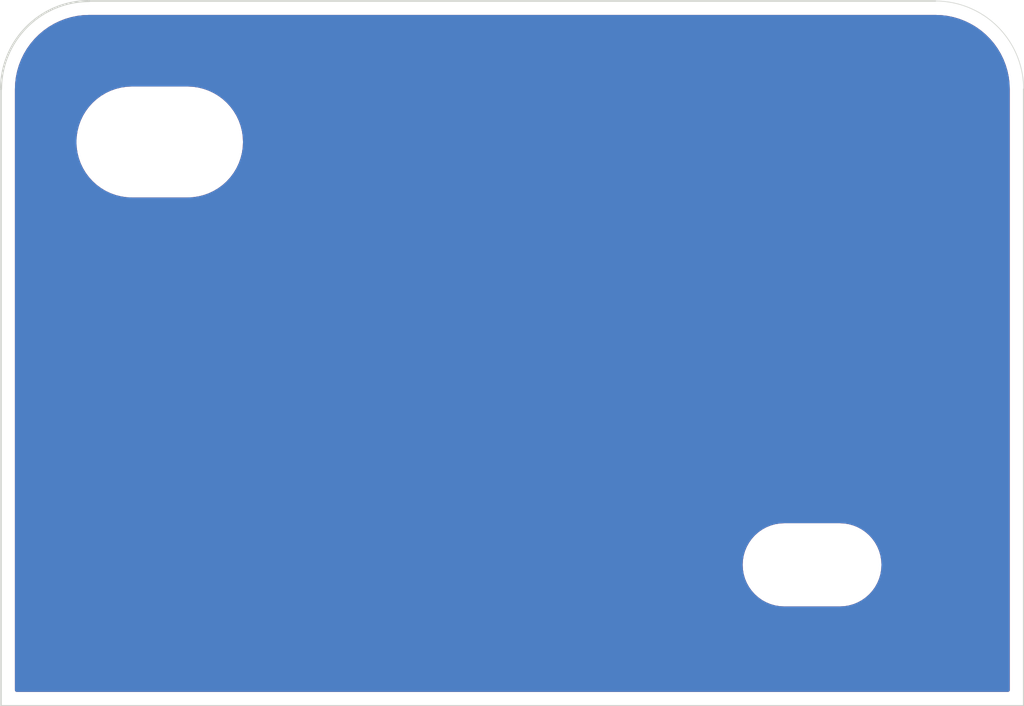
<source format=kicad_pcb>
(kicad_pcb (version 20171130) (host pcbnew "(5.1.6-148-gb1ff52240)")

  (general
    (thickness 1.6)
    (drawings 6)
    (tracks 0)
    (zones 0)
    (modules 2)
    (nets 1)
  )

  (page A4)
  (layers
    (0 F.Cu signal)
    (31 B.Cu signal)
    (32 B.Adhes user)
    (33 F.Adhes user)
    (34 B.Paste user)
    (35 F.Paste user)
    (36 B.SilkS user)
    (37 F.SilkS user)
    (38 B.Mask user)
    (39 F.Mask user)
    (40 Dwgs.User user)
    (41 Cmts.User user)
    (42 Eco1.User user)
    (43 Eco2.User user)
    (44 Edge.Cuts user)
    (45 Margin user)
    (46 B.CrtYd user)
    (47 F.CrtYd user)
    (48 B.Fab user)
    (49 F.Fab user)
  )

  (setup
    (last_trace_width 0.25)
    (trace_clearance 0.2)
    (zone_clearance 0.508)
    (zone_45_only no)
    (trace_min 0.2)
    (via_size 0.8)
    (via_drill 0.4)
    (via_min_size 0.4)
    (via_min_drill 0.3)
    (uvia_size 0.3)
    (uvia_drill 0.1)
    (uvias_allowed no)
    (uvia_min_size 0.2)
    (uvia_min_drill 0.1)
    (edge_width 0.05)
    (segment_width 0.2)
    (pcb_text_width 0.3)
    (pcb_text_size 1.5 1.5)
    (mod_edge_width 0.12)
    (mod_text_size 1 1)
    (mod_text_width 0.15)
    (pad_size 1.524 1.524)
    (pad_drill 0.762)
    (pad_to_mask_clearance 0.05)
    (aux_axis_origin 0 0)
    (grid_origin 101.6 127)
    (visible_elements FFFFFF7F)
    (pcbplotparams
      (layerselection 0x010fc_ffffffff)
      (usegerberextensions false)
      (usegerberattributes true)
      (usegerberadvancedattributes true)
      (creategerberjobfile true)
      (excludeedgelayer true)
      (linewidth 0.150000)
      (plotframeref false)
      (viasonmask false)
      (mode 1)
      (useauxorigin false)
      (hpglpennumber 1)
      (hpglpenspeed 20)
      (hpglpendiameter 15.000000)
      (psnegative false)
      (psa4output false)
      (plotreference true)
      (plotvalue true)
      (plotinvisibletext false)
      (padsonsilk false)
      (subtractmaskfromsilk false)
      (outputformat 1)
      (mirror false)
      (drillshape 1)
      (scaleselection 1)
      (outputdirectory ""))
  )

  (net 0 "")

  (net_class Default "This is the default net class."
    (clearance 0.2)
    (trace_width 0.25)
    (via_dia 0.8)
    (via_drill 0.4)
    (uvia_dia 0.3)
    (uvia_drill 0.1)
  )

  (module hole (layer F.Cu) (tedit 5EC6E813) (tstamp 5EC73BCC)
    (at 113.03 86.36)
    (fp_text reference REF** (at 0 0.5) (layer F.SilkS)
      (effects (font (size 1 1) (thickness 0.15)))
    )
    (fp_text value hole (at 0 -0.5) (layer F.Fab)
      (effects (font (size 1 1) (thickness 0.15)))
    )
    (pad "" np_thru_hole oval (at 0 0) (size 8 4) (drill oval 8 4) (layers *.Cu *.Mask))
  )

  (module hole (layer F.Cu) (tedit 5EC6E813) (tstamp 5EC73BC7)
    (at 160.02 116.84)
    (fp_text reference REF** (at 0 0.5) (layer F.SilkS)
      (effects (font (size 1 1) (thickness 0.15)))
    )
    (fp_text value hole (at 0 -0.5) (layer F.Fab)
      (effects (font (size 1 1) (thickness 0.15)))
    )
    (pad "" np_thru_hole oval (at 0 0) (size 8 4) (drill oval 8 4) (layers *.Cu *.Mask))
  )

  (gr_arc (start 168.91 82.55) (end 175.26 82.55) (angle -90) (layer Edge.Cuts) (width 0.05))
  (gr_arc (start 107.95 82.55) (end 107.95 76.2) (angle -90) (layer Edge.Cuts) (width 0.15))
  (gr_line (start 101.6 127) (end 101.6 82.55) (layer Edge.Cuts) (width 0.1) (tstamp 5EC6E608))
  (gr_line (start 175.26 127) (end 101.6 127) (layer Edge.Cuts) (width 0.1))
  (gr_line (start 175.26 82.55) (end 175.26 127) (layer Edge.Cuts) (width 0.1))
  (gr_line (start 107.95 76.2) (end 168.91 76.2) (layer Edge.Cuts) (width 0.1))

  (zone (net 0) (net_name "") (layers F&B.Cu) (tstamp 0) (hatch edge 0.508)
    (connect_pads (clearance 0.508))
    (min_thickness 0.254)
    (keepout (tracks not_allowed) (vias not_allowed) (copperpour not_allowed))
    (fill (arc_segments 32) (thermal_gap 0.508) (thermal_bridge_width 0.508))
    (polygon
      (pts
        (xy 107.049 86.752) (xy 107.107 87.14) (xy 107.202 87.521) (xy 107.334 87.891) (xy 107.502 88.246)
        (xy 107.704 88.582) (xy 107.938 88.898) (xy 108.202 89.188) (xy 108.492 89.452) (xy 108.808 89.686)
        (xy 109.144 89.888) (xy 109.499 90.056) (xy 109.869 90.188) (xy 110.25 90.283) (xy 110.638 90.341)
        (xy 111.03 90.36) (xy 115.03 90.36) (xy 115.422 90.341) (xy 115.81 90.283) (xy 116.191 90.188)
        (xy 116.561 90.056) (xy 116.916 89.888) (xy 117.252 89.686) (xy 117.568 89.452) (xy 117.858 89.188)
        (xy 118.122 88.898) (xy 118.356 88.582) (xy 118.558 88.246) (xy 118.726 87.891) (xy 118.858 87.521)
        (xy 118.953 87.14) (xy 119.011 86.752) (xy 119.03 86.36) (xy 119.011 85.968) (xy 118.953 85.58)
        (xy 118.858 85.199) (xy 118.726 84.829) (xy 118.558 84.474) (xy 118.356 84.138) (xy 118.122 83.822)
        (xy 117.858 83.532) (xy 117.568 83.268) (xy 117.252 83.034) (xy 116.916 82.832) (xy 116.561 82.664)
        (xy 116.191 82.532) (xy 115.81 82.437) (xy 115.422 82.379) (xy 115.03 82.36) (xy 111.03 82.36)
        (xy 110.638 82.379) (xy 110.25 82.437) (xy 109.869 82.532) (xy 109.499 82.664) (xy 109.144 82.832)
        (xy 108.808 83.034) (xy 108.492 83.268) (xy 108.202 83.532) (xy 107.938 83.822) (xy 107.704 84.138)
        (xy 107.502 84.474) (xy 107.334 84.829) (xy 107.202 85.199) (xy 107.107 85.58) (xy 107.049 85.968)
        (xy 107.03 86.36)
      )
    )
  )
  (zone (net 0) (net_name "") (layers F&B.Cu) (tstamp 0) (hatch edge 0.508)
    (connect_pads (clearance 0.508))
    (min_thickness 0.254)
    (keepout (tracks not_allowed) (vias not_allowed) (copperpour not_allowed))
    (fill (arc_segments 32) (thermal_gap 0.508) (thermal_bridge_width 0.508))
    (polygon
      (pts
        (xy 155.039 117.176) (xy 155.095 117.508) (xy 155.188 117.831) (xy 155.317 118.142) (xy 155.48 118.436)
        (xy 155.675 118.71) (xy 155.899 118.961) (xy 156.15 119.185) (xy 156.424 119.38) (xy 156.718 119.543)
        (xy 157.029 119.672) (xy 157.352 119.765) (xy 157.684 119.821) (xy 158.02 119.84) (xy 162.02 119.84)
        (xy 162.356 119.821) (xy 162.688 119.765) (xy 163.011 119.672) (xy 163.322 119.543) (xy 163.616 119.38)
        (xy 163.89 119.185) (xy 164.141 118.961) (xy 164.365 118.71) (xy 164.56 118.436) (xy 164.723 118.142)
        (xy 164.852 117.831) (xy 164.945 117.508) (xy 165.001 117.176) (xy 165.02 116.84) (xy 165.001 116.504)
        (xy 164.945 116.172) (xy 164.852 115.849) (xy 164.723 115.538) (xy 164.56 115.244) (xy 164.365 114.97)
        (xy 164.141 114.719) (xy 163.89 114.495) (xy 163.616 114.3) (xy 163.322 114.137) (xy 163.011 114.008)
        (xy 162.688 113.915) (xy 162.356 113.859) (xy 162.02 113.84) (xy 158.02 113.84) (xy 157.684 113.859)
        (xy 157.352 113.915) (xy 157.029 114.008) (xy 156.718 114.137) (xy 156.424 114.3) (xy 156.15 114.495)
        (xy 155.899 114.719) (xy 155.675 114.97) (xy 155.48 115.244) (xy 155.317 115.538) (xy 155.188 115.849)
        (xy 155.095 116.172) (xy 155.039 116.504) (xy 155.02 116.84)
      )
    )
  )
  (zone (net 0) (net_name "") (layer F.Cu) (tstamp 0) (hatch edge 0.508)
    (connect_pads (clearance 0.508))
    (min_thickness 0.254)
    (fill yes (arc_segments 32) (thermal_gap 0.508) (thermal_bridge_width 0.508))
    (polygon
      (pts
        (xy 168.91 77.2) (xy 169.352 77.218) (xy 169.791 77.273) (xy 170.223 77.364) (xy 170.647 77.49)
        (xy 171.059 77.651) (xy 171.456 77.845) (xy 171.836 78.071) (xy 172.196 78.328) (xy 172.533 78.614)
        (xy 172.846 78.927) (xy 173.132 79.264) (xy 173.389 79.624) (xy 173.615 80.004) (xy 173.809 80.401)
        (xy 173.97 80.813) (xy 174.096 81.237) (xy 174.187 81.669) (xy 174.242 82.108) (xy 174.26 82.55)
        (xy 174.26 126) (xy 102.6 126) (xy 102.6 82.55) (xy 102.618 82.108) (xy 102.673 81.669)
        (xy 102.764 81.237) (xy 102.89 80.813) (xy 103.051 80.401) (xy 103.245 80.004) (xy 103.471 79.624)
        (xy 103.728 79.264) (xy 104.014 78.927) (xy 104.327 78.614) (xy 104.664 78.328) (xy 105.024 78.071)
        (xy 105.404 77.845) (xy 105.801 77.651) (xy 106.213 77.49) (xy 106.637 77.364) (xy 107.069 77.273)
        (xy 107.508 77.218) (xy 107.95 77.2)
      )
    )
    (filled_polygon
      (pts
        (xy 169.341504 77.344678) (xy 169.76998 77.398359) (xy 170.191778 77.487211) (xy 170.605722 77.610222) (xy 171.007923 77.767393)
        (xy 171.395563 77.956819) (xy 171.76652 78.177441) (xy 172.117885 78.428276) (xy 172.446859 78.707465) (xy 172.752535 79.013141)
        (xy 173.031724 79.342115) (xy 173.282559 79.69348) (xy 173.503181 80.064437) (xy 173.692607 80.452077) (xy 173.849778 80.854278)
        (xy 173.972789 81.268222) (xy 174.061641 81.69002) (xy 174.115322 82.118496) (xy 174.133 82.55259) (xy 174.133 125.873)
        (xy 102.727 125.873) (xy 102.727 116.83283) (xy 154.893203 116.83283) (xy 154.893203 116.84717) (xy 154.912203 117.18317)
        (xy 154.913769 117.197123) (xy 154.969769 117.529123) (xy 154.972958 117.543139) (xy 155.065958 117.866139) (xy 155.070691 117.879659)
        (xy 155.199691 118.190659) (xy 155.205929 118.20358) (xy 155.368929 118.49758) (xy 155.376528 118.509639) (xy 155.571528 118.783639)
        (xy 155.580246 118.794561) (xy 155.804246 119.045561) (xy 155.814439 119.055754) (xy 156.065439 119.279754) (xy 156.076361 119.288472)
        (xy 156.350361 119.483472) (xy 156.36242 119.491071) (xy 156.65642 119.654071) (xy 156.669341 119.660309) (xy 156.980341 119.789309)
        (xy 156.993861 119.794042) (xy 157.316861 119.887042) (xy 157.330877 119.890231) (xy 157.662877 119.946231) (xy 157.67683 119.947797)
        (xy 158.01283 119.966797) (xy 158.02 119.967) (xy 162.02 119.967) (xy 162.02717 119.966797) (xy 162.36317 119.947797)
        (xy 162.377123 119.946231) (xy 162.709123 119.890231) (xy 162.723139 119.887042) (xy 163.046139 119.794042) (xy 163.059659 119.789309)
        (xy 163.370659 119.660309) (xy 163.38358 119.654071) (xy 163.67758 119.491071) (xy 163.689639 119.483472) (xy 163.963639 119.288472)
        (xy 163.974561 119.279754) (xy 164.225561 119.055754) (xy 164.235754 119.045561) (xy 164.459754 118.794561) (xy 164.468472 118.783639)
        (xy 164.663472 118.509639) (xy 164.671071 118.49758) (xy 164.834071 118.20358) (xy 164.840309 118.190659) (xy 164.969309 117.879659)
        (xy 164.974042 117.866139) (xy 165.067042 117.543139) (xy 165.070231 117.529123) (xy 165.126231 117.197123) (xy 165.127797 117.18317)
        (xy 165.146797 116.84717) (xy 165.146797 116.83283) (xy 165.127797 116.49683) (xy 165.126231 116.482877) (xy 165.070231 116.150877)
        (xy 165.067042 116.136861) (xy 164.974042 115.813861) (xy 164.969309 115.800341) (xy 164.840309 115.489341) (xy 164.834071 115.47642)
        (xy 164.671071 115.18242) (xy 164.663472 115.170361) (xy 164.468472 114.896361) (xy 164.459754 114.885439) (xy 164.235754 114.634439)
        (xy 164.225561 114.624246) (xy 163.974561 114.400246) (xy 163.963639 114.391528) (xy 163.689639 114.196528) (xy 163.67758 114.188929)
        (xy 163.38358 114.025929) (xy 163.370659 114.019691) (xy 163.059659 113.890691) (xy 163.046139 113.885958) (xy 162.723139 113.792958)
        (xy 162.709123 113.789769) (xy 162.377123 113.733769) (xy 162.36317 113.732203) (xy 162.02717 113.713203) (xy 162.02 113.713)
        (xy 158.02 113.713) (xy 158.01283 113.713203) (xy 157.67683 113.732203) (xy 157.662877 113.733769) (xy 157.330877 113.789769)
        (xy 157.316861 113.792958) (xy 156.993861 113.885958) (xy 156.980341 113.890691) (xy 156.669341 114.019691) (xy 156.65642 114.025929)
        (xy 156.36242 114.188929) (xy 156.350361 114.196528) (xy 156.076361 114.391528) (xy 156.065439 114.400246) (xy 155.814439 114.624246)
        (xy 155.804246 114.634439) (xy 155.580246 114.885439) (xy 155.571528 114.896361) (xy 155.376528 115.170361) (xy 155.368929 115.18242)
        (xy 155.205929 115.47642) (xy 155.199691 115.489341) (xy 155.070691 115.800341) (xy 155.065958 115.813861) (xy 154.972958 116.136861)
        (xy 154.969769 116.150877) (xy 154.913769 116.482877) (xy 154.912203 116.49683) (xy 154.893203 116.83283) (xy 102.727 116.83283)
        (xy 102.727 86.353852) (xy 106.903149 86.353852) (xy 106.903149 86.366148) (xy 106.922149 86.758148) (xy 106.923396 86.770776)
        (xy 106.981396 87.158776) (xy 106.983773 87.170726) (xy 107.078773 87.551726) (xy 107.082384 87.563674) (xy 107.214384 87.933674)
        (xy 107.219206 87.945325) (xy 107.387206 88.300325) (xy 107.393156 88.311436) (xy 107.595156 88.647436) (xy 107.601937 88.657578)
        (xy 107.835937 88.973578) (xy 107.844086 88.983494) (xy 108.108086 89.273494) (xy 108.116506 89.281914) (xy 108.406506 89.545914)
        (xy 108.416422 89.554063) (xy 108.732422 89.788063) (xy 108.742564 89.794844) (xy 109.078564 89.996844) (xy 109.089675 90.002794)
        (xy 109.444675 90.170794) (xy 109.456326 90.175616) (xy 109.826326 90.307616) (xy 109.838274 90.311227) (xy 110.219274 90.406227)
        (xy 110.231224 90.408604) (xy 110.619224 90.466604) (xy 110.631852 90.467851) (xy 111.023852 90.486851) (xy 111.03 90.487)
        (xy 115.03 90.487) (xy 115.036148 90.486851) (xy 115.428148 90.467851) (xy 115.440776 90.466604) (xy 115.828776 90.408604)
        (xy 115.840726 90.406227) (xy 116.221726 90.311227) (xy 116.233674 90.307616) (xy 116.603674 90.175616) (xy 116.615325 90.170794)
        (xy 116.970325 90.002794) (xy 116.981436 89.996844) (xy 117.317436 89.794844) (xy 117.327578 89.788063) (xy 117.643578 89.554063)
        (xy 117.653494 89.545914) (xy 117.943494 89.281914) (xy 117.951914 89.273494) (xy 118.215914 88.983494) (xy 118.224063 88.973578)
        (xy 118.458063 88.657578) (xy 118.464844 88.647436) (xy 118.666844 88.311436) (xy 118.672794 88.300325) (xy 118.840794 87.945325)
        (xy 118.845616 87.933674) (xy 118.977616 87.563674) (xy 118.981227 87.551726) (xy 119.076227 87.170726) (xy 119.078604 87.158776)
        (xy 119.136604 86.770776) (xy 119.137851 86.758148) (xy 119.156851 86.366148) (xy 119.156851 86.353852) (xy 119.137851 85.961852)
        (xy 119.136604 85.949224) (xy 119.078604 85.561224) (xy 119.076227 85.549274) (xy 118.981227 85.168274) (xy 118.977616 85.156326)
        (xy 118.845616 84.786326) (xy 118.840794 84.774675) (xy 118.672794 84.419675) (xy 118.666844 84.408564) (xy 118.464844 84.072564)
        (xy 118.458063 84.062422) (xy 118.224063 83.746422) (xy 118.215914 83.736506) (xy 117.951914 83.446506) (xy 117.943494 83.438086)
        (xy 117.653494 83.174086) (xy 117.643578 83.165937) (xy 117.327578 82.931937) (xy 117.317436 82.925156) (xy 116.981436 82.723156)
        (xy 116.970325 82.717206) (xy 116.615325 82.549206) (xy 116.603674 82.544384) (xy 116.233674 82.412384) (xy 116.221726 82.408773)
        (xy 115.840726 82.313773) (xy 115.828776 82.311396) (xy 115.440776 82.253396) (xy 115.428148 82.252149) (xy 115.036148 82.233149)
        (xy 115.03 82.233) (xy 111.03 82.233) (xy 111.023852 82.233149) (xy 110.631852 82.252149) (xy 110.619224 82.253396)
        (xy 110.231224 82.311396) (xy 110.219274 82.313773) (xy 109.838274 82.408773) (xy 109.826326 82.412384) (xy 109.456326 82.544384)
        (xy 109.444675 82.549206) (xy 109.089675 82.717206) (xy 109.078564 82.723156) (xy 108.742564 82.925156) (xy 108.732422 82.931937)
        (xy 108.416422 83.165937) (xy 108.406506 83.174086) (xy 108.116506 83.438086) (xy 108.108086 83.446506) (xy 107.844086 83.736506)
        (xy 107.835937 83.746422) (xy 107.601937 84.062422) (xy 107.595156 84.072564) (xy 107.393156 84.408564) (xy 107.387206 84.419675)
        (xy 107.219206 84.774675) (xy 107.214384 84.786326) (xy 107.082384 85.156326) (xy 107.078773 85.168274) (xy 106.983773 85.549274)
        (xy 106.981396 85.561224) (xy 106.923396 85.949224) (xy 106.922149 85.961852) (xy 106.903149 86.353852) (xy 102.727 86.353852)
        (xy 102.727 82.55259) (xy 102.744678 82.118496) (xy 102.798359 81.69002) (xy 102.887211 81.268222) (xy 103.010222 80.854278)
        (xy 103.167393 80.452077) (xy 103.356819 80.064437) (xy 103.577441 79.69348) (xy 103.828276 79.342115) (xy 104.107465 79.013141)
        (xy 104.413141 78.707465) (xy 104.742115 78.428276) (xy 105.09348 78.177441) (xy 105.464437 77.956819) (xy 105.852077 77.767393)
        (xy 106.254278 77.610222) (xy 106.668222 77.487211) (xy 107.09002 77.398359) (xy 107.518496 77.344678) (xy 107.95259 77.327)
        (xy 168.90741 77.327)
      )
    )
  )
  (zone (net 0) (net_name "") (layer B.Cu) (tstamp 0) (hatch edge 0.508)
    (connect_pads (clearance 0.508))
    (min_thickness 0.254)
    (fill yes (arc_segments 32) (thermal_gap 0.508) (thermal_bridge_width 0.508))
    (polygon
      (pts
        (xy 168.91 77.2) (xy 169.352 77.218) (xy 169.791 77.273) (xy 170.223 77.364) (xy 170.647 77.49)
        (xy 171.059 77.651) (xy 171.456 77.845) (xy 171.836 78.071) (xy 172.196 78.328) (xy 172.533 78.614)
        (xy 172.846 78.927) (xy 173.132 79.264) (xy 173.389 79.624) (xy 173.615 80.004) (xy 173.809 80.401)
        (xy 173.97 80.813) (xy 174.096 81.237) (xy 174.187 81.669) (xy 174.242 82.108) (xy 174.26 82.55)
        (xy 174.26 126) (xy 102.6 126) (xy 102.6 82.55) (xy 102.618 82.108) (xy 102.673 81.669)
        (xy 102.764 81.237) (xy 102.89 80.813) (xy 103.051 80.401) (xy 103.245 80.004) (xy 103.471 79.624)
        (xy 103.728 79.264) (xy 104.014 78.927) (xy 104.327 78.614) (xy 104.664 78.328) (xy 105.024 78.071)
        (xy 105.404 77.845) (xy 105.801 77.651) (xy 106.213 77.49) (xy 106.637 77.364) (xy 107.069 77.273)
        (xy 107.508 77.218) (xy 107.95 77.2)
      )
    )
    (filled_polygon
      (pts
        (xy 169.341504 77.344678) (xy 169.76998 77.398359) (xy 170.191778 77.487211) (xy 170.605722 77.610222) (xy 171.007923 77.767393)
        (xy 171.395563 77.956819) (xy 171.76652 78.177441) (xy 172.117885 78.428276) (xy 172.446859 78.707465) (xy 172.752535 79.013141)
        (xy 173.031724 79.342115) (xy 173.282559 79.69348) (xy 173.503181 80.064437) (xy 173.692607 80.452077) (xy 173.849778 80.854278)
        (xy 173.972789 81.268222) (xy 174.061641 81.69002) (xy 174.115322 82.118496) (xy 174.133 82.55259) (xy 174.133 125.873)
        (xy 102.727 125.873) (xy 102.727 116.83283) (xy 154.893203 116.83283) (xy 154.893203 116.84717) (xy 154.912203 117.18317)
        (xy 154.913769 117.197123) (xy 154.969769 117.529123) (xy 154.972958 117.543139) (xy 155.065958 117.866139) (xy 155.070691 117.879659)
        (xy 155.199691 118.190659) (xy 155.205929 118.20358) (xy 155.368929 118.49758) (xy 155.376528 118.509639) (xy 155.571528 118.783639)
        (xy 155.580246 118.794561) (xy 155.804246 119.045561) (xy 155.814439 119.055754) (xy 156.065439 119.279754) (xy 156.076361 119.288472)
        (xy 156.350361 119.483472) (xy 156.36242 119.491071) (xy 156.65642 119.654071) (xy 156.669341 119.660309) (xy 156.980341 119.789309)
        (xy 156.993861 119.794042) (xy 157.316861 119.887042) (xy 157.330877 119.890231) (xy 157.662877 119.946231) (xy 157.67683 119.947797)
        (xy 158.01283 119.966797) (xy 158.02 119.967) (xy 162.02 119.967) (xy 162.02717 119.966797) (xy 162.36317 119.947797)
        (xy 162.377123 119.946231) (xy 162.709123 119.890231) (xy 162.723139 119.887042) (xy 163.046139 119.794042) (xy 163.059659 119.789309)
        (xy 163.370659 119.660309) (xy 163.38358 119.654071) (xy 163.67758 119.491071) (xy 163.689639 119.483472) (xy 163.963639 119.288472)
        (xy 163.974561 119.279754) (xy 164.225561 119.055754) (xy 164.235754 119.045561) (xy 164.459754 118.794561) (xy 164.468472 118.783639)
        (xy 164.663472 118.509639) (xy 164.671071 118.49758) (xy 164.834071 118.20358) (xy 164.840309 118.190659) (xy 164.969309 117.879659)
        (xy 164.974042 117.866139) (xy 165.067042 117.543139) (xy 165.070231 117.529123) (xy 165.126231 117.197123) (xy 165.127797 117.18317)
        (xy 165.146797 116.84717) (xy 165.146797 116.83283) (xy 165.127797 116.49683) (xy 165.126231 116.482877) (xy 165.070231 116.150877)
        (xy 165.067042 116.136861) (xy 164.974042 115.813861) (xy 164.969309 115.800341) (xy 164.840309 115.489341) (xy 164.834071 115.47642)
        (xy 164.671071 115.18242) (xy 164.663472 115.170361) (xy 164.468472 114.896361) (xy 164.459754 114.885439) (xy 164.235754 114.634439)
        (xy 164.225561 114.624246) (xy 163.974561 114.400246) (xy 163.963639 114.391528) (xy 163.689639 114.196528) (xy 163.67758 114.188929)
        (xy 163.38358 114.025929) (xy 163.370659 114.019691) (xy 163.059659 113.890691) (xy 163.046139 113.885958) (xy 162.723139 113.792958)
        (xy 162.709123 113.789769) (xy 162.377123 113.733769) (xy 162.36317 113.732203) (xy 162.02717 113.713203) (xy 162.02 113.713)
        (xy 158.02 113.713) (xy 158.01283 113.713203) (xy 157.67683 113.732203) (xy 157.662877 113.733769) (xy 157.330877 113.789769)
        (xy 157.316861 113.792958) (xy 156.993861 113.885958) (xy 156.980341 113.890691) (xy 156.669341 114.019691) (xy 156.65642 114.025929)
        (xy 156.36242 114.188929) (xy 156.350361 114.196528) (xy 156.076361 114.391528) (xy 156.065439 114.400246) (xy 155.814439 114.624246)
        (xy 155.804246 114.634439) (xy 155.580246 114.885439) (xy 155.571528 114.896361) (xy 155.376528 115.170361) (xy 155.368929 115.18242)
        (xy 155.205929 115.47642) (xy 155.199691 115.489341) (xy 155.070691 115.800341) (xy 155.065958 115.813861) (xy 154.972958 116.136861)
        (xy 154.969769 116.150877) (xy 154.913769 116.482877) (xy 154.912203 116.49683) (xy 154.893203 116.83283) (xy 102.727 116.83283)
        (xy 102.727 86.353852) (xy 106.903149 86.353852) (xy 106.903149 86.366148) (xy 106.922149 86.758148) (xy 106.923396 86.770776)
        (xy 106.981396 87.158776) (xy 106.983773 87.170726) (xy 107.078773 87.551726) (xy 107.082384 87.563674) (xy 107.214384 87.933674)
        (xy 107.219206 87.945325) (xy 107.387206 88.300325) (xy 107.393156 88.311436) (xy 107.595156 88.647436) (xy 107.601937 88.657578)
        (xy 107.835937 88.973578) (xy 107.844086 88.983494) (xy 108.108086 89.273494) (xy 108.116506 89.281914) (xy 108.406506 89.545914)
        (xy 108.416422 89.554063) (xy 108.732422 89.788063) (xy 108.742564 89.794844) (xy 109.078564 89.996844) (xy 109.089675 90.002794)
        (xy 109.444675 90.170794) (xy 109.456326 90.175616) (xy 109.826326 90.307616) (xy 109.838274 90.311227) (xy 110.219274 90.406227)
        (xy 110.231224 90.408604) (xy 110.619224 90.466604) (xy 110.631852 90.467851) (xy 111.023852 90.486851) (xy 111.03 90.487)
        (xy 115.03 90.487) (xy 115.036148 90.486851) (xy 115.428148 90.467851) (xy 115.440776 90.466604) (xy 115.828776 90.408604)
        (xy 115.840726 90.406227) (xy 116.221726 90.311227) (xy 116.233674 90.307616) (xy 116.603674 90.175616) (xy 116.615325 90.170794)
        (xy 116.970325 90.002794) (xy 116.981436 89.996844) (xy 117.317436 89.794844) (xy 117.327578 89.788063) (xy 117.643578 89.554063)
        (xy 117.653494 89.545914) (xy 117.943494 89.281914) (xy 117.951914 89.273494) (xy 118.215914 88.983494) (xy 118.224063 88.973578)
        (xy 118.458063 88.657578) (xy 118.464844 88.647436) (xy 118.666844 88.311436) (xy 118.672794 88.300325) (xy 118.840794 87.945325)
        (xy 118.845616 87.933674) (xy 118.977616 87.563674) (xy 118.981227 87.551726) (xy 119.076227 87.170726) (xy 119.078604 87.158776)
        (xy 119.136604 86.770776) (xy 119.137851 86.758148) (xy 119.156851 86.366148) (xy 119.156851 86.353852) (xy 119.137851 85.961852)
        (xy 119.136604 85.949224) (xy 119.078604 85.561224) (xy 119.076227 85.549274) (xy 118.981227 85.168274) (xy 118.977616 85.156326)
        (xy 118.845616 84.786326) (xy 118.840794 84.774675) (xy 118.672794 84.419675) (xy 118.666844 84.408564) (xy 118.464844 84.072564)
        (xy 118.458063 84.062422) (xy 118.224063 83.746422) (xy 118.215914 83.736506) (xy 117.951914 83.446506) (xy 117.943494 83.438086)
        (xy 117.653494 83.174086) (xy 117.643578 83.165937) (xy 117.327578 82.931937) (xy 117.317436 82.925156) (xy 116.981436 82.723156)
        (xy 116.970325 82.717206) (xy 116.615325 82.549206) (xy 116.603674 82.544384) (xy 116.233674 82.412384) (xy 116.221726 82.408773)
        (xy 115.840726 82.313773) (xy 115.828776 82.311396) (xy 115.440776 82.253396) (xy 115.428148 82.252149) (xy 115.036148 82.233149)
        (xy 115.03 82.233) (xy 111.03 82.233) (xy 111.023852 82.233149) (xy 110.631852 82.252149) (xy 110.619224 82.253396)
        (xy 110.231224 82.311396) (xy 110.219274 82.313773) (xy 109.838274 82.408773) (xy 109.826326 82.412384) (xy 109.456326 82.544384)
        (xy 109.444675 82.549206) (xy 109.089675 82.717206) (xy 109.078564 82.723156) (xy 108.742564 82.925156) (xy 108.732422 82.931937)
        (xy 108.416422 83.165937) (xy 108.406506 83.174086) (xy 108.116506 83.438086) (xy 108.108086 83.446506) (xy 107.844086 83.736506)
        (xy 107.835937 83.746422) (xy 107.601937 84.062422) (xy 107.595156 84.072564) (xy 107.393156 84.408564) (xy 107.387206 84.419675)
        (xy 107.219206 84.774675) (xy 107.214384 84.786326) (xy 107.082384 85.156326) (xy 107.078773 85.168274) (xy 106.983773 85.549274)
        (xy 106.981396 85.561224) (xy 106.923396 85.949224) (xy 106.922149 85.961852) (xy 106.903149 86.353852) (xy 102.727 86.353852)
        (xy 102.727 82.55259) (xy 102.744678 82.118496) (xy 102.798359 81.69002) (xy 102.887211 81.268222) (xy 103.010222 80.854278)
        (xy 103.167393 80.452077) (xy 103.356819 80.064437) (xy 103.577441 79.69348) (xy 103.828276 79.342115) (xy 104.107465 79.013141)
        (xy 104.413141 78.707465) (xy 104.742115 78.428276) (xy 105.09348 78.177441) (xy 105.464437 77.956819) (xy 105.852077 77.767393)
        (xy 106.254278 77.610222) (xy 106.668222 77.487211) (xy 107.09002 77.398359) (xy 107.518496 77.344678) (xy 107.95259 77.327)
        (xy 168.90741 77.327)
      )
    )
  )
)

</source>
